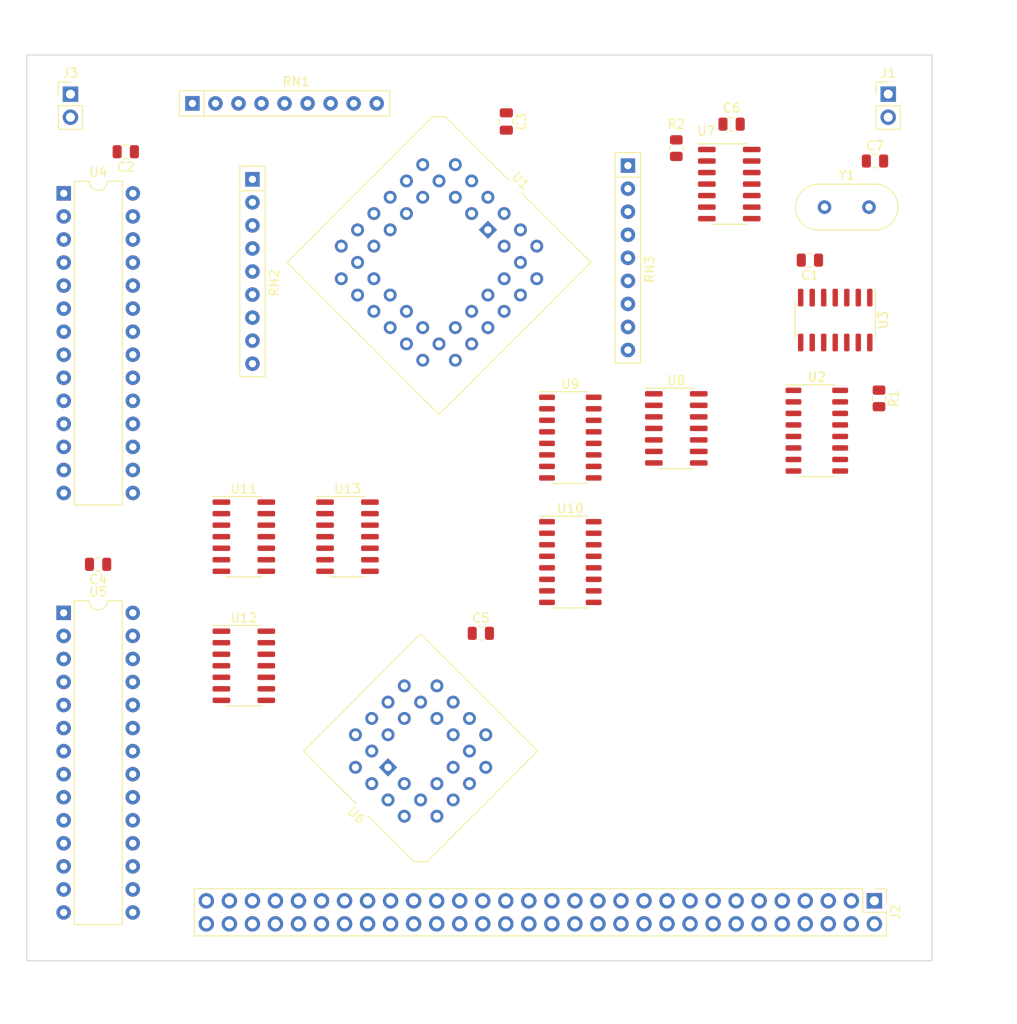
<source format=kicad_pcb>
(kicad_pcb (version 20211014) (generator pcbnew)
  (layers (0 "F.Cu" signal) (31 "B.Cu" signal) (34 "B.Paste" user) (35 "F.Paste" user) (36 "B.SilkS" user "B.Silkscreen") (37 "F.SilkS" user "F.Silkscreen") (38 "B.Mask" user) (39 "F.Mask" user) (44 "Edge.Cuts" user))
  (net 0 "")
  (net 1 "Net-(C1-Pad1)")
  (net 2 "GND")
  (net 3 "+5V")
  (net 4 "Net-(R1-Pad2)")
  (net 5 "Net-(C7-Pad1)")
  (net 8 "BA")
  (net 9 "MRDY")
  (net 16 "BS")
  (net 18 "Clock3")
  (net 20 "Clock12")
  (net 25 "Clock24")
  (net 26 "Clock6")
  (net 27 "~{Clock12}")
  (net 29 "Net-(U3-Pad2)")
  (net 31 "A0")
  (net 36 "A1")
  (net 37 "A2")
  (net 38 "A3")
  (net 39 "A4")
  (net 40 "A5")
  (net 41 "A6")
  (net 42 "A7")
  (net 43 "A8")
  (net 44 "A9")
  (net 45 "A10")
  (net 46 "A11")
  (net 47 "A12")
  (net 48 "A13")
  (net 49 "A14")
  (net 50 "A15")
  (net 51 "D7")
  (net 52 "D6")
  (net 53 "D5")
  (net 54 "D4")
  (net 55 "D3")
  (net 56 "D2")
  (net 57 "D1")
  (net 58 "D0")
  (net 61 "Net-(U13-Pad9)")
  (net 62 "~{ROM}{slash}RAM")
  (net 67 "Net-(C6-Pad2)")
  (net 68 "R{slash}~{W}")
  (net 69 "~{RESET}")
  (net 70 "~{OE}")
  (net 71 "Net-(U5-Pad20)")
  (net 72 "Net-(U6-Pad20)")
  (net 73 "ROM{slash}~{RAM}")
  (net 78 "Q1")
  (net 80 "Q2")
  (net 85 "REGISTER")
  (net 86 "Q3")
  (net 88 "Q4")
  (net 89 "Q5")
  (net 92 "Q6")
  (net 93 "Q7")
  (net 95 "Net-(U11-Pad1)")
  (net 96 "Net-(U11-Pad4)")
  (net 97 "Net-(U11-Pad10)")
  (net 98 "Net-(U11-Pad13)")
  (net 99 "Net-(U12-Pad6)")
  (net 100 "Net-(U12-Pad8)")
  (net 101 "Net-(U13-Pad13)")
  (net 104 "~{DMA}")
  (net 105 "~{NMI}")
  (net 106 "~{FIRQ}")
  (net 107 "~{HALT}")
  (net 108 "~{IRQ}")
  (net 113 "Clock1.5")
  (footprint "Package_SO:SO-16_3.9x9.9mm_P1.27mm" (layer "F.Cu") (at 112.522 66.802)
    (fp_text reference "U2" (at 0 -5.9) (layer "F.SilkS"))
    (fp_text value "74LS163")
    (pad "1" smd roundrect (at -2.575 -4.445) (size 1.75 0.6) (layers "F.Cu" "F.Paste" "F.Mask") (net 4 "Net-(R1-Pad2)"))
    (pad "2" smd roundrect (at -2.575 -3.175) (size 1.75 0.6) (layers "F.Cu" "F.Paste" "F.Mask") (net 25 "Clock24"))
    (pad "3" smd roundrect (at -2.575 -1.905) (size 1.75 0.6) (layers "F.Cu" "F.Paste" "F.Mask"))
    (pad "4" smd roundrect (at -2.575 -0.635) (size 1.75 0.6) (layers "F.Cu" "F.Paste" "F.Mask"))
    (pad "5" smd roundrect (at -2.575 0.635) (size 1.75 0.6) (layers "F.Cu" "F.Paste" "F.Mask"))
    (pad "6" smd roundrect (at -2.575 1.905) (size 1.75 0.6) (layers "F.Cu" "F.Paste" "F.Mask"))
    (pad "7" smd roundrect (at -2.575 3.175) (size 1.75 0.6) (layers "F.Cu" "F.Paste" "F.Mask") (net 4 "Net-(R1-Pad2)"))
    (pad "8" smd roundrect (at -2.575 4.445) (size 1.75 0.6) (layers "F.Cu" "F.Paste" "F.Mask") (net 2 "GND"))
    (pad "9" smd roundrect (at 2.575 4.445) (size 1.75 0.6) (layers "F.Cu" "F.Paste" "F.Mask") (net 4 "Net-(R1-Pad2)"))
    (pad "10" smd roundrect (at 2.575 3.175) (size 1.75 0.6) (layers "F.Cu" "F.Paste" "F.Mask") (net 4 "Net-(R1-Pad2)"))
    (pad "11" smd roundrect (at 2.575 1.905) (size 1.75 0.6) (layers "F.Cu" "F.Paste" "F.Mask") (net 113 "Clock1.5"))
    (pad "12" smd roundrect (at 2.575 0.635) (size 1.75 0.6) (layers "F.Cu" "F.Paste" "F.Mask") (net 18 "Clock3"))
    (pad "13" smd roundrect (at 2.575 -0.635) (size 1.75 0.6) (layers "F.Cu" "F.Paste" "F.Mask") (net 26 "Clock6"))
    (pad "14" smd roundrect (at 2.575 -1.905) (size 1.75 0.6) (layers "F.Cu" "F.Paste" "F.Mask") (net 20 "Clock12"))
    (pad "15" smd roundrect (at 2.575 -3.175) (size 1.75 0.6) (layers "F.Cu" "F.Paste" "F.Mask"))
    (pad "16" smd roundrect (at 2.575 -4.445) (size 1.75 0.6) (layers "F.Cu" "F.Paste" "F.Mask") (net 3 "+5V"))
  )
  (footprint "Resistor_SMD:R_0805_2012Metric" (layer "F.Cu") (at 119.38 63.246 -90)
    (fp_text reference "R1" (at 0 -1.65 90) (layer "F.SilkS"))
    (fp_text value "R")
    (pad "1" smd roundrect (at -0.9125 0 270) (size 1.025 1.4) (layers "F.Cu" "F.Paste" "F.Mask") (roundrect_rratio 0.243902) (net 3 "+5V"))
    (pad "2" smd roundrect (at 0.9125 0 270) (size 1.025 1.4) (layers "F.Cu" "F.Paste" "F.Mask") (roundrect_rratio 0.243902) (net 4 "Net-(R1-Pad2)"))
  )
  (footprint "Capacitor_SMD:C_0805_2012Metric" (layer "F.Cu") (at 118.938 37.084)
    (fp_text reference "C7" (at 0 -1.68) (layer "F.SilkS"))
    (fp_text value "17pF")
    (pad "1" smd roundrect (at -0.95 0) (size 1 1.45) (layers "F.Cu" "F.Paste" "F.Mask") (net 5 "Net-(C7-Pad1)"))
    (pad "2" smd roundrect (at 0.95 0) (size 1 1.45) (layers "F.Cu" "F.Paste" "F.Mask") (net 2 "GND"))
  )
  (footprint "Capacitor_SMD:C_0805_2012Metric" (layer "F.Cu") (at 33.274 81.534 180)
    (fp_text reference "C4" (at 0 -1.68) (layer "F.SilkS"))
    (fp_text value "C")
    (pad "1" smd roundrect (at -0.95 0 180) (size 1 1.45) (layers "F.Cu" "F.Paste" "F.Mask") (net 3 "+5V"))
    (pad "2" smd roundrect (at 0.95 0 180) (size 1 1.45) (layers "F.Cu" "F.Paste" "F.Mask") (net 2 "GND"))
  )
  (footprint "Package_DIP:DIP-28_W7.62mm" (layer "F.Cu") (at 29.484 40.65)
    (fp_text reference "U4" (at 3.81 -2.33) (layer "F.SilkS"))
    (fp_text value "UM61256FK")
    (pad "1" thru_hole rect (at 0 0) (size 1.6 1.6) (drill 0.8) (layers *.Cu *.Mask) (net 49 "A14"))
    (pad "2" thru_hole oval (at 0 2.54) (size 1.6 1.6) (drill 0.8) (layers *.Cu *.Mask) (net 47 "A12"))
    (pad "3" thru_hole oval (at 0 5.08) (size 1.6 1.6) (drill 0.8) (layers *.Cu *.Mask) (net 42 "A7"))
    (pad "4" thru_hole oval (at 0 7.62) (size 1.6 1.6) (drill 0.8) (layers *.Cu *.Mask) (net 41 "A6"))
    (pad "5" thru_hole oval (at 0 10.16) (size 1.6 1.6) (drill 0.8) (layers *.Cu *.Mask) (net 40 "A5"))
    (pad "6" thru_hole oval (at 0 12.7) (size 1.6 1.6) (drill 0.8) (layers *.Cu *.Mask) (net 39 "A4"))
    (pad "7" thru_hole oval (at 0 15.24) (size 1.6 1.6) (drill 0.8) (layers *.Cu *.Mask) (net 38 "A3"))
    (pad "8" thru_hole oval (at 0 17.78) (size 1.6 1.6) (drill 0.8) (layers *.Cu *.Mask) (net 37 "A2"))
    (pad "9" thru_hole oval (at 0 20.32) (size 1.6 1.6) (drill 0.8) (layers *.Cu *.Mask) (net 36 "A1"))
    (pad "10" thru_hole oval (at 0 22.86) (size 1.6 1.6) (drill 0.8) (layers *.Cu *.Mask) (net 31 "A0"))
    (pad "11" thru_hole oval (at 0 25.4) (size 1.6 1.6) (drill 0.8) (layers *.Cu *.Mask) (net 58 "D0"))
    (pad "12" thru_hole oval (at 0 27.94) (size 1.6 1.6) (drill 0.8) (layers *.Cu *.Mask) (net 57 "D1"))
    (pad "13" thru_hole oval (at 0 30.48) (size 1.6 1.6) (drill 0.8) (layers *.Cu *.Mask) (net 56 "D2"))
    (pad "14" thru_hole oval (at 0 33.02) (size 1.6 1.6) (drill 0.8) (layers *.Cu *.Mask) (net 2 "GND"))
    (pad "15" thru_hole oval (at 7.62 33.02) (size 1.6 1.6) (drill 0.8) (layers *.Cu *.Mask) (net 55 "D3"))
    (pad "16" thru_hole oval (at 7.62 30.48) (size 1.6 1.6) (drill 0.8) (layers *.Cu *.Mask) (net 54 "D4"))
    (pad "17" thru_hole oval (at 7.62 27.94) (size 1.6 1.6) (drill 0.8) (layers *.Cu *.Mask) (net 53 "D5"))
    (pad "18" thru_hole oval (at 7.62 25.4) (size 1.6 1.6) (drill 0.8) (layers *.Cu *.Mask) (net 52 "D6"))
    (pad "19" thru_hole oval (at 7.62 22.86) (size 1.6 1.6) (drill 0.8) (layers *.Cu *.Mask) (net 51 "D7"))
    (pad "20" thru_hole oval (at 7.62 20.32) (size 1.6 1.6) (drill 0.8) (layers *.Cu *.Mask) (net 50 "A15"))
    (pad "21" thru_hole oval (at 7.62 17.78) (size 1.6 1.6) (drill 0.8) (layers *.Cu *.Mask) (net 45 "A10"))
    (pad "22" thru_hole oval (at 7.62 15.24) (size 1.6 1.6) (drill 0.8) (layers *.Cu *.Mask) (net 70 "~{OE}"))
    (pad "23" thru_hole oval (at 7.62 12.7) (size 1.6 1.6) (drill 0.8) (layers *.Cu *.Mask) (net 46 "A11"))
    (pad "24" thru_hole oval (at 7.62 10.16) (size 1.6 1.6) (drill 0.8) (layers *.Cu *.Mask) (net 44 "A9"))
    (pad "25" thru_hole oval (at 7.62 7.62) (size 1.6 1.6) (drill 0.8) (layers *.Cu *.Mask) (net 43 "A8"))
    (pad "26" thru_hole oval (at 7.62 5.08) (size 1.6 1.6) (drill 0.8) (layers *.Cu *.Mask) (net 48 "A13"))
    (pad "27" thru_hole oval (at 7.62 2.54) (size 1.6 1.6) (drill 0.8) (layers *.Cu *.Mask) (net 68 "R{slash}~{W}"))
    (pad "28" thru_hole oval (at 7.62 0) (size 1.6 1.6) (drill 0.8) (layers *.Cu *.Mask) (net 3 "+5V"))
  )
  (footprint "Crystal:Crystal_HC18-U_Vertical" (layer "F.Cu") (at 113.374 42.164)
    (fp_text reference "Y1" (at 2.45 -3.525) (layer "F.SilkS"))
    (fp_text value "25.175MHz")
    (pad "1" thru_hole circle (at 0 0) (size 1.5 1.5) (drill 0.8) (layers *.Cu *.Mask) (net 1 "Net-(C1-Pad1)"))
    (pad "2" thru_hole circle (at 4.9 0) (size 1.5 1.5) (drill 0.8) (layers *.Cu *.Mask) (net 5 "Net-(C7-Pad1)"))
  )
  (footprint "Package_SO:SO-14_3.9x8.65mm_P1.27mm" (layer "F.Cu") (at 49.341 78.486)
    (fp_text reference "U11" (at 0 -5.28) (layer "F.SilkS"))
    (fp_text value "74LS02")
    (pad "1" smd roundrect (at -2.475 -3.81) (size 1.95 0.6) (layers "F.Cu" "F.Paste" "F.Mask") (net 95 "Net-(U11-Pad1)"))
    (pad "2" smd roundrect (at -2.475 -2.54) (size 1.95 0.6) (layers "F.Cu" "F.Paste" "F.Mask") (net 31 "A0"))
    (pad "3" smd roundrect (at -2.475 -1.27) (size 1.95 0.6) (layers "F.Cu" "F.Paste" "F.Mask") (net 36 "A1"))
    (pad "4" smd roundrect (at -2.475 0) (size 1.95 0.6) (layers "F.Cu" "F.Paste" "F.Mask") (net 96 "Net-(U11-Pad4)"))
    (pad "5" smd roundrect (at -2.475 1.27) (size 1.95 0.6) (layers "F.Cu" "F.Paste" "F.Mask") (net 37 "A2"))
    (pad "6" smd roundrect (at -2.475 2.54) (size 1.95 0.6) (layers "F.Cu" "F.Paste" "F.Mask") (net 38 "A3"))
    (pad "7" smd roundrect (at -2.475 3.81) (size 1.95 0.6) (layers "F.Cu" "F.Paste" "F.Mask") (net 2 "GND"))
    (pad "8" smd roundrect (at 2.475 3.81) (size 1.95 0.6) (layers "F.Cu" "F.Paste" "F.Mask") (net 39 "A4"))
    (pad "9" smd roundrect (at 2.475 2.54) (size 1.95 0.6) (layers "F.Cu" "F.Paste" "F.Mask") (net 40 "A5"))
    (pad "10" smd roundrect (at 2.475 1.27) (size 1.95 0.6) (layers "F.Cu" "F.Paste" "F.Mask") (net 97 "Net-(U11-Pad10)"))
    (pad "11" smd roundrect (at 2.475 0) (size 1.95 0.6) (layers "F.Cu" "F.Paste" "F.Mask") (net 41 "A6"))
    (pad "12" smd roundrect (at 2.475 -1.27) (size 1.95 0.6) (layers "F.Cu" "F.Paste" "F.Mask") (net 42 "A7"))
    (pad "13" smd roundrect (at 2.475 -2.54) (size 1.95 0.6) (layers "F.Cu" "F.Paste" "F.Mask") (net 98 "Net-(U11-Pad13)"))
    (pad "14" smd roundrect (at 2.475 -3.81) (size 1.95 0.6) (layers "F.Cu" "F.Paste" "F.Mask") (net 3 "+5V"))
  )
  (footprint "Package_SO:SO-16_3.9x9.9mm_P1.27mm" (layer "F.Cu") (at 85.344 81.28)
    (fp_text reference "U10" (at 0 -5.9) (layer "F.SilkS"))
    (fp_text value "74LS375")
    (pad "1" smd roundrect (at -2.575 -4.445) (size 1.75 0.6) (layers "F.Cu" "F.Paste" "F.Mask") (net 54 "D4"))
    (pad "2" smd roundrect (at -2.575 -3.175) (size 1.75 0.6) (layers "F.Cu" "F.Paste" "F.Mask"))
    (pad "3" smd roundrect (at -2.575 -1.905) (size 1.75 0.6) (layers "F.Cu" "F.Paste" "F.Mask") (net 88 "Q4"))
    (pad "4" smd roundrect (at -2.575 -0.635) (size 1.75 0.6) (layers "F.Cu" "F.Paste" "F.Mask") (net 85 "REGISTER"))
    (pad "5" smd roundrect (at -2.575 0.635) (size 1.75 0.6) (layers "F.Cu" "F.Paste" "F.Mask") (net 89 "Q5"))
    (pad "6" smd roundrect (at -2.575 1.905) (size 1.75 0.6) (layers "F.Cu" "F.Paste" "F.Mask"))
    (pad "7" smd roundrect (at -2.575 3.175) (size 1.75 0.6) (layers "F.Cu" "F.Paste" "F.Mask") (net 53 "D5"))
    (pad "8" smd roundrect (at -2.575 4.445) (size 1.75 0.6) (layers "F.Cu" "F.Paste" "F.Mask") (net 2 "GND"))
    (pad "9" smd roundrect (at 2.575 4.445) (size 1.75 0.6) (layers "F.Cu" "F.Paste" "F.Mask") (net 52 "D6"))
    (pad "10" smd roundrect (at 2.575 3.175) (size 1.75 0.6) (layers "F.Cu" "F.Paste" "F.Mask"))
    (pad "11" smd roundrect (at 2.575 1.905) (size 1.75 0.6) (layers "F.Cu" "F.Paste" "F.Mask") (net 92 "Q6"))
    (pad "12" smd roundrect (at 2.575 0.635) (size 1.75 0.6) (layers "F.Cu" "F.Paste" "F.Mask") (net 85 "REGISTER"))
    (pad "13" smd roundrect (at 2.575 -0.635) (size 1.75 0.6) (layers "F.Cu" "F.Paste" "F.Mask") (net 93 "Q7"))
    (pad "14" smd roundrect (at 2.575 -1.905) (size 1.75 0.6) (layers "F.Cu" "F.Paste" "F.Mask"))
    (pad "15" smd roundrect (at 2.575 -3.175) (size 1.75 0.6) (layers "F.Cu" "F.Paste" "F.Mask") (net 51 "D7"))
    (pad "16" smd roundrect (at 2.575 -4.445) (size 1.75 0.6) (layers "F.Cu" "F.Paste" "F.Mask") (net 3 "+5V"))
  )
  (footprint "Resistor_SMD:R_0805_2012Metric" (layer "F.Cu") (at 97.028 35.6635 -90)
    (fp_text reference "R2" (at -2.6435 0) (layer "F.SilkS"))
    (fp_text value "R")
    (pad "1" smd roundrect (at -0.9125 0 270) (size 1.025 1.4) (layers "F.Cu" "F.Paste" "F.Mask") (roundrect_rratio 0.243902) (net 67 "Net-(C6-Pad2)"))
    (pad "2" smd roundrect (at 0.9125 0 270) (size 1.025 1.4) (layers "F.Cu" "F.Paste" "F.Mask") (roundrect_rratio 0.243902) (net 2 "GND"))
  )
  (footprint "Connector_PinHeader_2.54mm:PinHeader_2x30_P2.54mm_Vertical" (layer "F.Cu") (at 118.867 118.613 -90)
    (fp_text reference "J2" (at 1.27 -2.33 90) (layer "F.SilkS"))
    (fp_text value "Conn_02x30_Odd_Even")
    (pad "1" thru_hole rect (at 0 0 270) (size 1.7 1.7) (drill 1) (layers *.Cu *.Mask))
    (pad "2" thru_hole oval (at 2.54 0 270) (size 1.7 1.7) (drill 1) (layers *.Cu *.Mask) (net 3 "+5V"))
    (pad "3" thru_hole oval (at 0 2.54 270) (size 1.7 1.7) (drill 1) (layers *.Cu *.Mask) (net 25 "Clock24"))
    (pad "4" thru_hole oval (at 2.54 2.54 270) (size 1.7 1.7) (drill 1) (layers *.Cu *.Mask) (net 18 "Clock3"))
    (pad "5" thru_hole oval (at 0 5.08 270) (size 1.7 1.7) (drill 1) (layers *.Cu *.Mask))
    (pad "6" thru_hole oval (at 2.54 5.08 270) (size 1.7 1.7) (drill 1) (layers *.Cu *.Mask) (net 26 "Clock6"))
    (pad "7" thru_hole oval (at 0 7.62 270) (size 1.7 1.7) (drill 1) (layers *.Cu *.Mask) (net 27 "~{Clock12}"))
    (pad "8" thru_hole oval (at 2.54 7.62 270) (size 1.7 1.7) (drill 1) (layers *.Cu *.Mask) (net 20 "Clock12"))
    (pad "9" thru_hole oval (at 0 10.16 270) (size 1.7 1.7) (drill 1) (layers *.Cu *.Mask))
    (pad "10" thru_hole oval (at 2.54 10.16 270) (size 1.7 1.7) (drill 1) (layers *.Cu *.Mask))
    (pad "11" thru_hole oval (at 0 12.7 270) (size 1.7 1.7) (drill 1) (layers *.Cu *.Mask) (net 58 "D0"))
    (pad "12" thru_hole oval (at 2.54 12.7 270) (size 1.7 1.7) (drill 1) (layers *.Cu *.Mask) (net 31 "A0"))
    (pad "13" thru_hole oval (at 0 15.24 270) (size 1.7 1.7) (drill 1) (layers *.Cu *.Mask) (net 57 "D1"))
    (pad "14" thru_hole oval (at 2.54 15.24 270) (size 1.7 1.7) (drill 1) (layers *.Cu *.Mask) (net 36 "A1"))
    (pad "15" thru_hole oval (at 0 17.78 270) (size 1.7 1.7) (drill 1) (layers *.Cu *.Mask) (net 56 "D2"))
    (pad "16" thru_hole oval (at 2.54 17.78 270) (size 1.7 1.7) (drill 1) (layers *.Cu *.Mask) (net 37 "A2"))
    (pad "17" thru_hole oval (at 0 20.32 270) (size 1.7 1.7) (drill 1) (layers *.Cu *.Mask) (net 55 "D3"))
    (pad "18" thru_hole oval (at 2.54 20.32 270) (size 1.7 1.7) (drill 1) (layers *.Cu *.Mask) (net 38 "A3"))
    (pad "19" thru_hole oval (at 0 22.86 270) (size 1.7 1.7) (drill 1) (layers *.Cu *.Mask) (net 54 "D4"))
    (pad "20" thru_hole oval (at 2.54 22.86 270) (size 1.7 1.7) (drill 1) (layers *.Cu *.Mask) (net 39 "A4"))
    (pad "21" thru_hole oval (at 0 25.4 270) (size 1.7 1.7) (drill 1) (layers *.Cu *.Mask) (net 53 "D5"))
    (pad "22" thru_hole oval (at 2.54 25.4 270) (size 1.7 1.7) (drill 1) (layers *.Cu *.Mask) (net 40 "A5"))
    (pad "23" thru_hole oval (at 0 27.94 270) (size 1.7 1.7) (drill 1) (layers *.Cu *.Mask) (net 52 "D6"))
    (pad "24" thru_hole oval (at 2.54 27.94 270) (size 1.7 1.7) (drill 1) (layers *.Cu *.Mask) (net 41 "A6"))
    (pad "25" thru_hole oval (at 0 30.48 270) (size 1.7 1.7) (drill 1) (layers *.Cu *.Mask) (net 51 "D7"))
    (pad "26" thru_hole oval (at 2.54 30.48 270) (size 1.7 1.7) (drill 1) (layers *.Cu *.Mask) (net 42 "A7"))
    (pad "27" thru_hole oval (at 0 33.02 270) (size 1.7 1.7) (drill 1) (layers *.Cu *.Mask))
    (pad "28" thru_hole oval (at 2.54 33.02 270) (size 1.7 1.7) (drill 1) (layers *.Cu *.Mask) (net 43 "A8"))
    (pad "29" thru_hole oval (at 0 35.56 270) (size 1.7 1.7) (drill 1) (layers *.Cu *.Mask) (net 73 "ROM{slash}~{RAM}"))
    (pad "30" thru_hole oval (at 2.54 35.56 270) (size 1.7 1.7) (drill 1) (layers *.Cu *.Mask) (net 44 "A9"))
    (pad "31" thru_hole oval (at 0 38.1 270) (size 1.7 1.7) (drill 1) (layers *.Cu *.Mask) (net 78 "Q1"))
    (pad "32" thru_hole oval (at 2.54 38.1 270) (size 1.7 1.7) (drill 1) (layers *.Cu *.Mask) (net 45 "A10"))
    (pad "33" thru_hole oval (at 0 40.64 270) (size 1.7 1.7) (drill 1) (layers *.Cu *.Mask) (net 80 "Q2"))
    (pad "34" thru_hole oval (at 2.54 40.64 270) (size 1.7 1.7) (drill 1) (layers *.Cu *.Mask) (net 46 "A11"))
    (pad "35" thru_hole oval (at 0 43.18 270) (size 1.7 1.7) (drill 1) (layers *.Cu *.Mask) (net 86 "Q3"))
    (pad "36" thru_hole oval (at 2.54 43.18 270) (size 1.7 1.7) (drill 1) (layers *.Cu *.Mask) (net 47 "A12"))
    (pad "37" thru_hole oval (at 0 45.72 270) (size 1.7 1.7) (drill 1) (layers *.Cu *.Mask) (net 88 "Q4"))
    (pad "38" thru_hole oval (at 2.54 45.72 270) (size 1.7 1.7) (drill 1) (layers *.Cu *.Mask) (net 48 "A13"))
    (pad "39" thru_hole oval (at 0 48.26 270) (size 1.7 1.7) (drill 1) (layers *.Cu *.Mask) (net 89 "Q5"))
    (pad "40" thru_hole oval (at 2.54 48.26 270) (size 1.7 1.7) (drill 1) (layers *.Cu *.Mask) (net 49 "A14"))
    (pad "41" thru_hole oval (at 0 50.8 270) (size 1.7 1.7) (drill 1) (layers *.Cu *.Mask) (net 92 "Q6"))
    (pad "42" thru_hole oval (at 2.54 50.8 270) (size 1.7 1.7) (drill 1) (layers *.Cu *.Mask) (net 50 "A15"))
    (pad "43" thru_hole oval (at 0 53.34 270) (size 1.7 1.7) (drill 1) (layers *.Cu *.Mask) (net 93 "Q7"))
    (pad "44" thru_hole oval (at 2.54 53.34 270) (size 1.7 1.7) (drill 1) (layers *.Cu *.Mask))
    (pad "45" thru_hole oval (at 0 55.88 270) (size 1.7 1.7) (drill 1) (layers *.Cu *.Mask))
    (pad "46" thru_hole oval (at 2.54 55.88 270) (size 1.7 1.7) (drill 1) (layers *.Cu *.Mask) (net 69 "~{RESET}"))
    (pad "47" thru_hole oval (at 0 58.42 270) (size 1.7 1.7) (drill 1) (layers *.Cu *.Mask) (net 104 "~{DMA}"))
    (pad "48" thru_hole oval (at 2.54 58.42 270) (size 1.7 1.7) (drill 1) (layers *.Cu *.Mask) (net 105 "~{NMI}"))
    (pad "49" thru_hole oval (at 0 60.96 270) (size 1.7 1.7) (drill 1) (layers *.Cu *.Mask) (net 68 "R{slash}~{W}"))
    (pad "50" thru_hole oval (at 2.54 60.96 270) (size 1.7 1.7) (drill 1) (layers *.Cu *.Mask) (net 106 "~{FIRQ}"))
    (pad "51" thru_hole oval (at 0 63.5 270) (size 1.7 1.7) (drill 1) (layers *.Cu *.Mask) (net 107 "~{HALT}"))
    (pad "52" thru_hole oval (at 2.54 63.5 270) (size 1.7 1.7) (drill 1) (layers *.Cu *.Mask) (net 108 "~{IRQ}"))
    (pad "53" thru_hole oval (at 0 66.04 270) (size 1.7 1.7) (drill 1) (layers *.Cu *.Mask))
    (pad "54" thru_hole oval (at 2.54 66.04 270) (size 1.7 1.7) (drill 1) (layers *.Cu *.Mask) (net 8 "BA"))
    (pad "55" thru_hole oval (at 0 68.58 270) (size 1.7 1.7) (drill 1) (layers *.Cu *.Mask) (net 9 "MRDY"))
    (pad "56" thru_hole oval (at 2.54 68.58 270) (size 1.7 1.7) (drill 1) (layers *.Cu *.Mask) (net 16 "BS"))
    (pad "57" thru_hole oval (at 0 71.12 270) (size 1.7 1.7) (drill 1) (layers *.Cu *.Mask))
    (pad "58" thru_hole oval (at 2.54 71.12 270) (size 1.7 1.7) (drill 1) (layers *.Cu *.Mask))
    (pad "59" thru_hole oval (at 0 73.66 270) (size 1.7 1.7) (drill 1) (layers *.Cu *.Mask))
    (pad "60" thru_hole oval (at 2.54 73.66 270) (size 1.7 1.7) (drill 1) (layers *.Cu *.Mask) (net 2 "GND"))
  )
  (footprint "Capacitor_SMD:C_0805_2012Metric" (layer "F.Cu") (at 111.76 48.006 180)
    (fp_text reference "C1" (at 0 -1.68) (layer "F.SilkS"))
    (fp_text value "17pF")
    (pad "1" smd roundrect (at -0.95 0 180) (size 1 1.45) (layers "F.Cu" "F.Paste" "F.Mask") (net 1 "Net-(C1-Pad1)"))
    (pad "2" smd roundrect (at 0.95 0 180) (size 1 1.45) (layers "F.Cu" "F.Paste" "F.Mask") (net 2 "GND"))
  )
  (footprint "Package_SO:SO-14_3.9x8.65mm_P1.27mm" (layer "F.Cu") (at 97.028 66.548)
    (fp_text reference "U8" (at 0 -5.28) (layer "F.SilkS"))
    (fp_text value "74HC00")
    (pad "1" smd roundrect (at -2.475 -3.81) (size 1.95 0.6) (layers "F.Cu" "F.Paste" "F.Mask") (net 50 "A15"))
    (pad "2" smd roundrect (at -2.475 -2.54) (size 1.95 0.6) (layers "F.Cu" "F.Paste" "F.Mask") (net 62 "~{ROM}{slash}RAM"))
    (pad "3" smd roundrect (at -2.475 -1.27) (size 1.95 0.6) (layers "F.Cu" "F.Paste" "F.Mask") (net 71 "Net-(U5-Pad20)"))
    (pad "4" smd roundrect (at -2.475 0) (size 1.95 0.6) (layers "F.Cu" "F.Paste" "F.Mask") (net 50 "A15"))
    (pad "5" smd roundrect (at -2.475 1.27) (size 1.95 0.6) (layers "F.Cu" "F.Paste" "F.Mask") (net 73 "ROM{slash}~{RAM}"))
    (pad "6" smd roundrect (at -2.475 2.54) (size 1.95 0.6) (layers "F.Cu" "F.Paste" "F.Mask") (net 72 "Net-(U6-Pad20)"))
    (pad "7" smd roundrect (at -2.475 3.81) (size 1.95 0.6) (layers "F.Cu" "F.Paste" "F.Mask") (net 2 "GND"))
    (pad "8" smd roundrect (at 2.475 3.81) (size 1.95 0.6) (layers "F.Cu" "F.Paste" "F.Mask"))
    (pad "9" smd roundrect (at 2.475 2.54) (size 1.95 0.6) (layers "F.Cu" "F.Paste" "F.Mask"))
    (pad "10" smd roundrect (at 2.475 1.27) (size 1.95 0.6) (layers "F.Cu" "F.Paste" "F.Mask"))
    (pad "11" smd roundrect (at 2.475 0) (size 1.95 0.6) (layers "F.Cu" "F.Paste" "F.Mask"))
    (pad "12" smd roundrect (at 2.475 -1.27) (size 1.95 0.6) (layers "F.Cu" "F.Paste" "F.Mask"))
    (pad "13" smd roundrect (at 2.475 -2.54) (size 1.95 0.6) (layers "F.Cu" "F.Paste" "F.Mask"))
    (pad "14" smd roundrect (at 2.475 -3.81) (size 1.95 0.6) (layers "F.Cu" "F.Paste" "F.Mask") (net 3 "+5V"))
  )
  (footprint "Capacitor_SMD:C_0805_2012Metric" (layer "F.Cu") (at 75.4741 89.1359)
    (fp_text reference "C5" (at 0 -1.68) (layer "F.SilkS"))
    (fp_text value "C")
    (pad "1" smd roundrect (at -0.95 0) (size 1 1.45) (layers "F.Cu" "F.Paste" "F.Mask") (net 3 "+5V"))
    (pad "2" smd roundrect (at 0.95 0) (size 1 1.45) (layers "F.Cu" "F.Paste" "F.Mask") (net 2 "GND"))
  )
  (footprint "Connector_PinHeader_2.54mm:PinHeader_1x02_P2.54mm_Vertical" (layer "F.Cu") (at 30.226 29.718)
    (fp_text reference "J3" (at 0 -2.33) (layer "F.SilkS"))
    (fp_text value "Conn_01x02_Male")
    (pad "1" thru_hole rect (at 0 0) (size 1.7 1.7) (drill 1) (layers *.Cu *.Mask) (net 3 "+5V"))
    (pad "2" thru_hole oval (at 0 2.54) (size 1.7 1.7) (drill 1) (layers *.Cu *.Mask) (net 2 "GND"))
  )
  (footprint "Package_SO:SO-14_3.9x8.65mm_P1.27mm" (layer "F.Cu") (at 114.554 54.61 -90)
    (fp_text reference "U3" (at 0 -5.28 90) (layer "F.SilkS"))
    (fp_text value "74HC04")
    (pad "1" smd roundrect (at -2.475 -3.81 270) (size 1.95 0.6) (layers "F.Cu" "F.Paste" "F.Mask") (net 1 "Net-(C1-Pad1)"))
    (pad "2" smd roundrect (at -2.475 -2.54 270) (size 1.95 0.6) (layers "F.Cu" "F.Paste" "F.Mask") (net 29 "Net-(U3-Pad2)"))
    (pad "3" smd roundrect (at -2.475 -1.27 270) (size 1.95 0.6) (layers "F.Cu" "F.Paste" "F.Mask") (net 29 "Net-(U3-Pad2)"))
    (pad "4" smd roundrect (at -2.475 0 270) (size 1.95 0.6) (layers "F.Cu" "F.Paste" "F.Mask") (net 25 "Clock24"))
    (pad "5" smd roundrect (at -2.475 1.27 270) (size 1.95 0.6) (layers "F.Cu" "F.Paste" "F.Mask") (net 20 "Clock12"))
    (pad "6" smd roundrect (at -2.475 2.54 270) (size 1.95 0.6) (layers "F.Cu" "F.Paste" "F.Mask") (net 27 "~{Clock12}"))
    (pad "7" smd roundrect (at -2.475 3.81 270) (size 1.95 0.6) (layers "F.Cu" "F.Paste" "F.Mask") (net 2 "GND"))
    (pad "8" smd roundrect (at 2.475 3.81 270) (size 1.95 0.6) (layers "F.Cu" "F.Paste" "F.Mask"))
    (pad "9" smd roundrect (at 2.475 2.54 270) (size 1.95 0.6) (layers "F.Cu" "F.Paste" "F.Mask"))
    (pad "10" smd roundrect (at 2.475 1.27 270) (size 1.95 0.6) (layers "F.Cu" "F.Paste" "F.Mask"))
    (pad "11" smd roundrect (at 2.475 0 270) (size 1.95 0.6) (layers "F.Cu" "F.Paste" "F.Mask"))
    (pad "12" smd roundrect (at 2.475 -1.27 270) (size 1.95 0.6) (layers "F.Cu" "F.Paste" "F.Mask"))
    (pad "13" smd roundrect (at 2.475 -2.54 270) (size 1.95 0.6) (layers "F.Cu" "F.Paste" "F.Mask"))
    (pad "14" smd roundrect (at 2.475 -3.81 270) (size 1.95 0.6) (layers "F.Cu" "F.Paste" "F.Mask") (net 3 "+5V"))
  )
  (footprint "Package_SO:SO-14_3.9x8.65mm_P1.27mm" (layer "F.Cu") (at 102.87 39.624)
    (fp_text reference "U7" (at -2.54 -5.842) (layer "F.SilkS"))
    (fp_text value "74HC04")
    (pad "1" smd roundrect (at -2.475 -3.81) (size 1.95 0.6) (layers "F.Cu" "F.Paste" "F.Mask") (net 68 "R{slash}~{W}"))
    (pad "2" smd roundrect (at -2.475 -2.54) (size 1.95 0.6) (layers "F.Cu" "F.Paste" "F.Mask") (net 70 "~{OE}"))
    (pad "3" smd roundrect (at -2.475 -1.27) (size 1.95 0.6) (layers "F.Cu" "F.Paste" "F.Mask"))
    (pad "4" smd roundrect (at -2.475 0) (size 1.95 0.6) (layers "F.Cu" "F.Paste" "F.Mask"))
    (pad "5" smd roundrect (at -2.475 1.27) (size 1.95 0.6) (layers "F.Cu" "F.Paste" "F.Mask") (net 67 "Net-(C6-Pad2)"))
    (pad "6" smd roundrect (at -2.475 2.54) (size 1.95 0.6) (layers "F.Cu" "F.Paste" "F.Mask") (net 69 "~{RESET}"))
    (pad "7" smd roundrect (at -2.475 3.81) (size 1.95 0.6) (layers "F.Cu" "F.Paste" "F.Mask") (net 2 "GND"))
    (pad "8" smd roundrect (at 2.475 3.81) (size 1.95 0.6) (layers "F.Cu" "F.Paste" "F.Mask") (net 61 "Net-(U13-Pad9)"))
    (pad "9" smd roundrect (at 2.475 2.54) (size 1.95 0.6) (layers "F.Cu" "F.Paste" "F.Mask") (net 68 "R{slash}~{W}"))
    (pad "10" smd roundrect (at 2.475 1.27) (size 1.95 0.6) (layers "F.Cu" "F.Paste" "F.Mask"))
    (pad "11" smd roundrect (at 2.475 0) (size 1.95 0.6) (layers "F.Cu" "F.Paste" "F.Mask"))
    (pad "12" smd roundrect (at 2.475 -1.27) (size 1.95 0.6) (layers "F.Cu" "F.Paste" "F.Mask"))
    (pad "13" smd roundrect (at 2.475 -2.54) (size 1.95 0.6) (layers "F.Cu" "F.Paste" "F.Mask"))
    (pad "14" smd roundrect (at 2.475 -3.81) (size 1.95 0.6) (layers "F.Cu" "F.Paste" "F.Mask") (net 3 "+5V"))
  )
  (footprint "Connector_PinHeader_2.54mm:PinHeader_1x02_P2.54mm_Vertical" (layer "F.Cu") (at 120.396 29.713)
    (fp_text reference "J1" (at 0 -2.33) (layer "F.SilkS"))
    (fp_text value "Conn_01x02_Male")
    (pad "1" thru_hole rect (at 0 0) (size 1.7 1.7) (drill 1) (layers *.Cu *.Mask) (net 3 "+5V"))
    (pad "2" thru_hole oval (at 0 2.54) (size 1.7 1.7) (drill 1) (layers *.Cu *.Mask) (net 2 "GND"))
  )
  (footprint "Package_LCC:PLCC-44_THT-Socket" (layer "F.Cu") (at 76.2542 44.6679 -45)
    (fp_text reference "U1" (at -1.27 -6.4 135) (layer "F.SilkS"))
    (fp_text value "HD63C09")
    (pad "1" thru_hole rect (at 0 0 315) (size 1.4224 1.4224) (drill 0.8) (layers *.Cu *.Mask) (net 2 "GND"))
    (pad "2" thru_hole circle (at -2.54 -2.54 315) (size 1.4224 1.4224) (drill 0.8) (layers *.Cu *.Mask) (net 2 "GND"))
    (pad "3" thru_hole circle (at -2.54 0 315) (size 1.4224 1.4224) (drill 0.8) (layers *.Cu *.Mask) (net 105 "~{NMI}"))
    (pad "4" thru_hole circle (at -5.08 -2.54 315) (size 1.4224 1.4224) (drill 0.8) (layers *.Cu *.Mask) (net 108 "~{IRQ}"))
    (pad "5" thru_hole circle (at -5.08 0 315) (size 1.4224 1.4224) (drill 0.8) (layers *.Cu *.Mask) (net 106 "~{FIRQ}"))
    (pad "6" thru_hole circle (at -7.62 -2.54 315) (size 1.4224 1.4224) (drill 0.8) (layers *.Cu *.Mask) (net 16 "BS"))
    (pad "7" thru_hole circle (at -10.16 0 315) (size 1.4224 1.4224) (drill 0.8) (layers *.Cu *.Mask) (net 8 "BA"))
    (pad "8" thru_hole circle (at -7.62 0 315) (size 1.4224 1.4224) (drill 0.8) (layers *.Cu *.Mask) (net 3 "+5V"))
    (pad "9" thru_hole circle (at -10.16 2.54 315) (size 1.4224 1.4224) (drill 0.8) (layers *.Cu *.Mask) (net 31 "A0"))
    (pad "10" thru_hole circle (at -7.62 2.54 315) (size 1.4224 1.4224) (drill 0.8) (layers *.Cu *.Mask) (net 36 "A1"))
    (pad "11" thru_hole circle (at -10.16 5.08 315) (size 1.4224 1.4224) (drill 0.8) (layers *.Cu *.Mask) (net 37 "A2"))
    (pad "12" thru_hole circle (at -7.62 5.08 315) (size 1.4224 1.4224) (drill 0.8) (layers *.Cu *.Mask) (net 38 "A3"))
    (pad "13" thru_hole circle (at -10.16 7.62 315) (size 1.4224 1.4224) (drill 0.8) (layers *.Cu *.Mask) (net 39 "A4"))
    (pad "14" thru_hole circle (at -7.62 7.62 315) (size 1.4224 1.4224) (drill 0.8) (layers *.Cu *.Mask) (net 40 "A5"))
    (pad "15" thru_hole circle (at -10.16 10.16 315) (size 1.4224 1.4224) (drill 0.8) (layers *.Cu *.Mask) (net 41 "A6"))
    (pad "16" thru_hole circle (at -7.62 10.16 315) (size 1.4224 1.4224) (drill 0.8) (layers *.Cu *.Mask) (net 42 "A7"))
    (pad "17" thru_hole circle (at -10.16 12.7 315) (size 1.4224 1.4224) (drill 0.8) (layers *.Cu *.Mask) (net 43 "A8"))
    (pad "18" thru_hole circle (at -7.62 15.24 315) (size 1.4224 1.4224) (drill 0.8) (layers *.Cu *.Mask))
    (pad "19" thru_hole circle (at -7.62 12.7 315) (size 1.4224 1.4224) (drill 0.8) (layers *.Cu *.Mask) (net 44 "A9"))
    (pad "20" thru_hole circle (at -5.08 15.24 315) (size 1.4224 1.4224) (drill 0.8) (layers *.Cu *.Mask) (net 45 "A10"))
    (pad "21" thru_hole circle (at -5.08 12.7 315) (size 1.4224 1.4224) (drill 0.8) (layers *.Cu *.Mask) (net 46 "A11"))
    (pad "22" thru_hole circle (at -2.54 15.24 315) (size 1.4224 1.4224) (drill 0.8) (layers *.Cu *.Mask) (net 47 "A12"))
    (pad "23" thru_hole circle (at -2.54 12.7 315) (size 1.4224 1.4224) (drill 0.8) (layers *.Cu *.Mask))
    (pad "24" thru_hole circle (at 0 15.24 315) (size 1.4224 1.4224) (drill 0.8) (layers *.Cu *.Mask) (net 48 "A13"))
    (pad "25" thru_hole circle (at 0 12.7 315) (size 1.4224 1.4224) (drill 0.8) (layers *.Cu *.Mask) (net 49 "A14"))
    (pad "26" thru_hole circle (at 2.54 15.24 315) (size 1.4224 1.4224) (drill 0.8) (layers *.Cu *.Mask) (net 50 "A15"))
    (pad "27" thru_hole circle (at 2.54 12.7 315) (size 1.4224 1.4224) (drill 0.8) (layers *.Cu *.Mask) (net 51 "D7"))
    (pad "28" thru_hole circle (at 5.08 15.24 315) (size 1.4224 1.4224) (drill 0.8) (layers *.Cu *.Mask))
    (pad "29" thru_hole circle (at 7.62 12.7 315) (size 1.4224 1.4224) (drill 0.8) (layers *.Cu *.Mask) (net 52 "D6"))
    (pad "30" thru_hole circle (at 5.08 12.7 315) (size 1.4224 1.4224) (drill 0.8) (layers *.Cu *.Mask) (net 53 "D5"))
    (pad "31" thru_hole circle (at 7.62 10.16 315) (size 1.4224 1.4224) (drill 0.8) (layers *.Cu *.Mask) (net 54 "D4"))
    (pad "32" thru_hole circle (at 5.08 10.16 315) (size 1.4224 1.4224) (drill 0.8) (layers *.Cu *.Mask) (net 55 "D3"))
    (pad "33" thru_hole circle (at 7.62 7.62 315) (size 1.4224 1.4224) (drill 0.8) (layers *.Cu *.Mask) (net 56 "D2"))
    (pad "34" thru_hole circle (at 5.08 7.62 315) (size 1.4224 1.4224) (drill 0.8) (layers *.Cu *.Mask) (net 57 "D1"))
    (pad "35" thru_hole circle (at 7.62 5.08 315) (size 1.4224 1.4224) (drill 0.8) (layers *.Cu *.Mask) (net 58 "D0"))
    (pad "36" thru_hole circle (at 5.08 5.08 315) (size 1.4224 1.4224) (drill 0.8) (layers *.Cu *.Mask) (net 68 "R{slash}~{W}"))
    (pad "37" thru_hole circle (at 7.62 2.54 315) (size 1.4224 1.4224) (drill 0.8) (layers *.Cu *.Mask) (net 104 "~{DMA}"))
    (pad "38" thru_hole circle (at 5.08 2.54 315) (size 1.4224 1.4224) (drill 0.8) (layers *.Cu *.Mask))
    (pad "39" thru_hole circle (at 7.62 0 315) (size 1.4224 1.4224) (drill 0.8) (layers *.Cu *.Mask))
    (pad "40" thru_hole circle (at 5.08 -2.54 315) (size 1.4224 1.4224) (drill 0.8) (layers *.Cu *.Mask) (net 9 "MRDY"))
    (pad "41" thru_hole circle (at 5.08 0 315) (size 1.4224 1.4224) (drill 0.8) (layers *.Cu *.Mask) (net 69 "~{RESET}"))
    (pad "42" thru_hole circle (at 2.54 -2.54 315) (size 1.4224 1.4224) (drill 0.8) (layers *.Cu *.Mask) (net 27 "~{Clock12}"))
    (pad "43" thru_hole circle (at 2.54 0 315) (size 1.4224 1.4224) (drill 0.8) (layers *.Cu *.Mask) (net 20 "Clock12"))
    (pad "44" thru_hole circle (at 0 -2.54 315) (size 1.4224 1.4224) (drill 0.8) (layers *.Cu *.Mask) (net 107 "~{HALT}"))
  )
  (footprint "Package_SO:SO-14_3.9x8.65mm_P1.27mm" (layer "F.Cu") (at 49.341 92.71)
    (fp_text reference "U12" (at 0 -5.28) (layer "F.SilkS"))
    (fp_text value "74LS21")
    (pad "1" smd roundrect (at -2.475 -3.81) (size 1.95 0.6) (layers "F.Cu" "F.Paste" "F.Mask") (net 43 "A8"))
    (pad "2" smd roundrect (at -2.475 -2.54) (size 1.95 0.6) (layers "F.Cu" "F.Paste" "F.Mask") (net 44 "A9"))
    (pad "3" smd roundrect (at -2.475 -1.27) (size 1.95 0.6) (layers "F.Cu" "F.Paste" "F.Mask"))
    (pad "4" smd roundrect (at -2.475 0) (size 1.95 0.6) (layers "F.Cu" "F.Paste" "F.Mask") (net 45 "A10"))
    (pad "5" smd roundrect (at -2.475 1.27) (size 1.95 0.6) (layers "F.Cu" "F.Paste" "F.Mask") (net 46 "A11"))
    (pad "6" smd roundrect (at -2.475 2.54) (size 1.95 0.6) (layers "F.Cu" "F.Paste" "F.Mask") (net 99 "Net-(U12-Pad6)"))
    (pad "7" smd roundrect (at -2.475 3.81) (size 1.95 0.6) (layers "F.Cu" "F.Paste" "F.Mask") (net 2 "GND"))
    (pad "8" smd roundrect (at 2.475 3.81) (size 1.95 0.6) (layers "F.Cu" "F.Paste" "F.Mask") (net 100 "Net-(U12-Pad8)"))
    (pad "9" smd roundrect (at 2.475 2.54) (size 1.95 0.6) (layers "F.Cu" "F.Paste" "F.Mask") (net 47 "A12"))
    (pad "10" smd roundrect (at 2.475 1.27) (size 1.95 0.6) (layers "F.Cu" "F.Paste" "F.Mask") (net 48 "A13"))
    (pad "11" smd roundrect (at 2.475 0) (size 1.95 0.6) (layers "F.Cu" "F.Paste" "F.Mask"))
    (pad "12" smd roundrect (at 2.475 -1.27) (size 1.95 0.6) (layers "F.Cu" "F.Paste" "F.Mask") (net 49 "A14"))
    (pad "13" smd roundrect (at 2.475 -2.54) (size 1.95 0.6) (layers "F.Cu" "F.Paste" "F.Mask") (net 50 "A15"))
    (pad "14" smd roundrect (at 2.475 -3.81) (size 1.95 0.6) (layers "F.Cu" "F.Paste" "F.Mask") (net 3 "+5V"))
  )
  (footprint "Capacitor_SMD:C_0805_2012Metric" (layer "F.Cu") (at 78.2862 32.7299 -90)
    (fp_text reference "C3" (at 0 -1.68 90) (layer "F.SilkS"))
    (fp_text value "C")
    (pad "1" smd roundrect (at -0.95 0 270) (size 1 1.45) (layers "F.Cu" "F.Paste" "F.Mask") (net 3 "+5V"))
    (pad "2" smd roundrect (at 0.95 0 270) (size 1 1.45) (layers "F.Cu" "F.Paste" "F.Mask") (net 2 "GND"))
  )
  (footprint "Capacitor_SMD:C_0805_2012Metric" (layer "F.Cu") (at 103.124 33.02 180)
    (fp_text reference "C6" (at 0 1.778) (layer "F.SilkS"))
    (fp_text value "C")
    (pad "1" smd roundrect (at -0.95 0 180) (size 1 1.45) (layers "F.Cu" "F.Paste" "F.Mask") (net 3 "+5V"))
    (pad "2" smd roundrect (at 0.95 0 180) (size 1 1.45) (layers "F.Cu" "F.Paste" "F.Mask") (net 67 "Net-(C6-Pad2)"))
  )
  (footprint "Resistor_THT:R_Array_SIP9" (layer "F.Cu") (at 50.292 39.101 -90)
    (fp_text reference "RN2" (at 11.43 -2.4 90) (layer "F.SilkS"))
    (fp_text value "R_Network08")
    (pad "1" thru_hole rect (at 0 0 270) (size 1.6 1.6) (drill 0.8) (layers *.Cu *.Mask) (net 2 "GND"))
    (pad "2" thru_hole oval (at 2.54 0 270) (size 1.6 1.6) (drill 0.8) (layers *.Cu *.Mask) (net 43 "A8"))
    (pad "3" thru_hole oval (at 5.08 0 270) (size 1.6 1.6) (drill 0.8) (layers *.Cu *.Mask) (net 44 "A9"))
    (pad "4" thru_hole oval (at 7.62 0 270) (size 1.6 1.6) (drill 0.8) (layers *.Cu *.Mask) (net 45 "A10"))
    (pad "5" thru_hole oval (at 10.16 0 270) (size 1.6 1.6) (drill 0.8) (layers *.Cu *.Mask) (net 46 "A11"))
    (pad "6" thru_hole oval (at 12.7 0 270) (size 1.6 1.6) (drill 0.8) (layers *.Cu *.Mask) (net 47 "A12"))
    (pad "7" thru_hole oval (at 15.24 0 270) (size 1.6 1.6) (drill 0.8) (layers *.Cu *.Mask) (net 48 "A13"))
    (pad "8" thru_hole oval (at 17.78 0 270) (size 1.6 1.6) (drill 0.8) (layers *.Cu *.Mask) (net 49 "A14"))
    (pad "9" thru_hole oval (at 20.32 0 270) (size 1.6 1.6) (drill 0.8) (layers *.Cu *.Mask) (net 50 "A15"))
  )
  (footprint "Capacitor_SMD:C_0805_2012Metric" (layer "F.Cu") (at 36.322 36.058 180)
    (fp_text reference "C2" (at 0 -1.68) (layer "F.SilkS"))
    (fp_text value "C")
    (pad "1" smd roundrect (at -0.95 0 180) (size 1 1.45) (layers "F.Cu" "F.Paste" "F.Mask") (net 3 "+5V"))
    (pad "2" smd roundrect (at 0.95 0 180) (size 1 1.45) (layers "F.Cu" "F.Paste" "F.Mask") (net 2 "GND"))
  )
  (footprint "Resistor_THT:R_Array_SIP9" (layer "F.Cu") (at 91.694 37.592 -90)
    (fp_text reference "RN3" (at 11.43 -2.4 90) (layer "F.SilkS"))
    (fp_text value "R_Network08")
    (pad "1" thru_hole rect (at 0 0 270) (size 1.6 1.6) (drill 0.8) (layers *.Cu *.Mask) (net 2 "GND"))
    (pad "2" thru_hole oval (at 2.54 0 270) (size 1.6 1.6) (drill 0.8) (layers *.Cu *.Mask) (net 31 "A0"))
    (pad "3" thru_hole oval (at 5.08 0 270) (size 1.6 1.6) (drill 0.8) (layers *.Cu *.Mask) (net 36 "A1"))
    (pad "4" thru_hole oval (at 7.62 0 270) (size 1.6 1.6) (drill 0.8) (layers *.Cu *.Mask) (net 37 "A2"))
    (pad "5" thru_hole oval (at 10.16 0 270) (size 1.6 1.6) (drill 0.8) (layers *.Cu *.Mask) (net 38 "A3"))
    (pad "6" thru_hole oval (at 12.7 0 270) (size 1.6 1.6) (drill 0.8) (layers *.Cu *.Mask) (net 39 "A4"))
    (pad "7" thru_hole oval (at 15.24 0 270) (size 1.6 1.6) (drill 0.8) (layers *.Cu *.Mask) (net 40 "A5"))
    (pad "8" thru_hole oval (at 17.78 0 270) (size 1.6 1.6) (drill 0.8) (layers *.Cu *.Mask) (net 41 "A6"))
    (pad "9" thru_hole oval (at 20.32 0 270) (size 1.6 1.6) (drill 0.8) (layers *.Cu *.Mask) (net 42 "A7"))
  )
  (footprint "Package_LCC:PLCC-28_THT-Socket" (layer "F.Cu") (at 65.2419 103.9041 135)
    (fp_text reference "U6" (at -1.27 -6.215 135) (layer "F.SilkS"))
    (fp_text value "27C256")
    (pad "1" thru_hole rect (at 0 0 135) (size 1.4224 1.4224) (drill 0.8) (layers *.Cu *.Mask))
    (pad "2" thru_hole circle (at -2.54 -2.54 135) (size 1.4224 1.4224) (drill 0.8) (layers *.Cu *.Mask) (net 47 "A12"))
    (pad "3" thru_hole circle (at -2.54 0 135) (size 1.4224 1.4224) (drill 0.8) (layers *.Cu *.Mask) (net 42 "A7"))
    (pad "4" thru_hole circle (at -5.08 -2.54 135) (size 1.4224 1.4224) (drill 0.8) (layers *.Cu *.Mask) (net 41 "A6"))
    (pad "5" thru_hole circle (at -7.62 0 135) (size 1.4224 1.4224) (drill 0.8) (layers *.Cu *.Mask) (net 40 "A5"))
    (pad "6" thru_hole circle (at -5.08 0 135) (size 1.4224 1.4224) (drill 0.8) (layers *.Cu *.Mask) (net 39 "A4"))
    (pad "7" thru_hole circle (at -7.62 2.54 135) (size 1.4224 1.4224) (drill 0.8) (layers *.Cu *.Mask) (net 38 "A3"))
    (pad "8" thru_hole circle (at -5.08 2.54 135) (size 1.4224 1.4224) (drill 0.8) (layers *.Cu *.Mask) (net 37 "A2"))
    (pad "9" thru_hole circle (at -7.62 5.08 135) (size 1.4224 1.4224) (drill 0.8) (layers *.Cu *.Mask) (net 36 "A1"))
    (pad "10" thru_hole circle (at -5.08 5.08 135) (size 1.4224 1.4224) (drill 0.8) (layers *.Cu *.Mask) (net 31 "A0"))
    (pad "11" thru_hole circle (at -7.62 7.62 135) (size 1.4224 1.4224) (drill 0.8) (layers *.Cu *.Mask) (net 58 "D0"))
    (pad "12" thru_hole circle (at -5.08 10.16 135) (size 1.4224 1.4224) (drill 0.8) (layers *.Cu *.Mask) (net 57 "D1"))
    (pad "13" thru_hole circle (at -5.08 7.62 135) (size 1.4224 1.4224) (drill 0.8) (layers *.Cu *.Mask) (net 56 "D2"))
    (pad "14" thru_hole circle (at -2.54 10.16 135) (size 1.4224 1.4224) (drill 0.8) (layers *.Cu *.Mask) (net 2 "GND"))
    (pad "15" thru_hole circle (at -2.54 7.62 135) (size 1.4224 1.4224) (drill 0.8) (layers *.Cu *.Mask) (net 55 "D3"))
    (pad "16" thru_hole circle (at 0 10.16 135) (size 1.4224 1.4224) (drill 0.8) (layers *.Cu *.Mask) (net 54 "D4"))
    (pad "17" thru_hole circle (at 0 7.62 135) (size 1.4224 1.4224) (drill 0.8) (layers *.Cu *.Mask) (net 53 "D5"))
    (pad "18" thru_hole circle (at 2.54 10.16 135) (size 1.4224 1.4224) (drill 0.8) (layers *.Cu *.Mask) (net 52 "D6"))
    (pad "19" thru_hole circle (at 5.08 7.62 135) (size 1.4224 1.4224) (drill 0.8) (layers *.Cu *.Mask) (net 51 "D7"))
    (pad "20" thru_hole circle (at 2.54 7.62 135) (size 1.4224 1.4224) (drill 0.8) (layers *.Cu *.Mask) (net 72 "Net-(U6-Pad20)"))
    (pad "21" thru_hole circle (at 5.08 5.08 135) (size 1.4224 1.4224) (drill 0.8) (layers *.Cu *.Mask) (net 45 "A10"))
    (pad "22" thru_hole circle (at 2.54 5.08 135) (size 1.4224 1.4224) (drill 0.8) (layers *.Cu *.Mask) (net 70 "~{OE}"))
    (pad "23" thru_hole circle (at 5.08 2.54 135) (size 1.4224 1.4224) (drill 0.8) (layers *.Cu *.Mask) (net 46 "A11"))
    (pad "24" thru_hole circle (at 2.54 2.54 135) (size 1.4224 1.4224) (drill 0.8) (layers *.Cu *.Mask) (net 44 "A9"))
    (pad "25" thru_hole circle (at 5.08 0 135) (size 1.4224 1.4224) (drill 0.8) (layers *.Cu *.Mask) (net 43 "A8"))
    (pad "26" thru_hole circle (at 2.54 -2.54 135) (size 1.4224 1.4224) (drill 0.8) (layers *.Cu *.Mask) (net 48 "A13"))
    (pad "27" thru_hole circle (at 2.54 0 135) (size 1.4224 1.4224) (drill 0.8) (layers *.Cu *.Mask) (net 49 "A14"))
    (pad "28" thru_hole circle (at 0 -2.54 135) (size 1.4224 1.4224) (drill 0.8) (layers *.Cu *.Mask) (net 3 "+5V"))
  )
  (footprint "Package_SO:SO-16_3.9x9.9mm_P1.27mm" (layer "F.Cu") (at 85.344 67.564)
    (fp_text reference "U9" (at 0 -5.9) (layer "F.SilkS"))
    (fp_text value "74LS375")
    (pad "1" smd roundrect (at -2.575 -4.445) (size 1.75 0.6) (layers "F.Cu" "F.Paste" "F.Mask") (net 58 "D0"))
    (pad "2" smd roundrect (at -2.575 -3.175) (size 1.75 0.6) (layers "F.Cu" "F.Paste" "F.Mask") (net 62 "~{ROM}{slash}RAM"))
    (pad "3" smd roundrect (at -2.575 -1.905) (size 1.75 0.6) (layers "F.Cu" "F.Paste" "F.Mask") (net 73 "ROM{slash}~{RAM}"))
    (pad "4" smd roundrect (at -2.575 -0.635) (size 1.75 0.6) (layers "F.Cu" "F.Paste" "F.Mask") (net 85 "REGISTER"))
    (pad "5" smd roundrect (at -2.575 0.635) (size 1.75 0.6) (layers "F.Cu" "F.Paste" "F.Mask") (net 78 "Q1"))
    (pad "6" smd roundrect (at -2.575 1.905) (size 1.75 0.6) (layers "F.Cu" "F.Paste" "F.Mask"))
    (pad "7" smd roundrect (at -2.575 3.175) (size 1.75 0.6) (layers "F.Cu" "F.Paste" "F.Mask") (net 57 "D1"))
    (pad "8" smd roundrect (at -2.575 4.445) (size 1.75 0.6) (layers "F.Cu" "F.Paste" "F.Mask") (net 2 "GND"))
    (pad "9" smd roundrect (at 2.575 4.445) (size 1.75 0.6) (layers "F.Cu" "F.Paste" "F.Mask") (net 56 "D2"))
    (pad "10" smd roundrect (at 2.575 3.175) (size 1.75 0.6) (layers "F.Cu" "F.Paste" "F.Mask"))
    (pad "11" smd roundrect (at 2.575 1.905) (size 1.75 0.6) (layers "F.Cu" "F.Paste" "F.Mask") (net 80 "Q2"))
    (pad "12" smd roundrect (at 2.575 0.635) (size 1.75 0.6) (layers "F.Cu" "F.Paste" "F.Mask") (net 85 "REGISTER"))
    (pad "13" smd roundrect (at 2.575 -0.635) (size 1.75 0.6) (layers "F.Cu" "F.Paste" "F.Mask") (net 86 "Q3"))
    (pad "14" smd roundrect (at 2.575 -1.905) (size 1.75 0.6) (layers "F.Cu" "F.Paste" "F.Mask"))
    (pad "15" smd roundrect (at 2.575 -3.175) (size 1.75 0.6) (layers "F.Cu" "F.Paste" "F.Mask") (net 55 "D3"))
    (pad "16" smd roundrect (at 2.575 -4.445) (size 1.75 0.6) (layers "F.Cu" "F.Paste" "F.Mask") (net 3 "+5V"))
  )
  (footprint "Package_SO:SO-14_3.9x8.65mm_P1.27mm" (layer "F.Cu") (at 60.771 78.486)
    (fp_text reference "U13" (at 0 -5.28) (layer "F.SilkS"))
    (fp_text value "74LS21")
    (pad "1" smd roundrect (at -2.475 -3.81) (size 1.95 0.6) (layers "F.Cu" "F.Paste" "F.Mask") (net 95 "Net-(U11-Pad1)"))
    (pad "2" smd roundrect (at -2.475 -2.54) (size 1.95 0.6) (layers "F.Cu" "F.Paste" "F.Mask") (net 96 "Net-(U11-Pad4)"))
    (pad "3" smd roundrect (at -2.475 -1.27) (size 1.95 0.6) (layers "F.Cu" "F.Paste" "F.Mask"))
    (pad "4" smd roundrect (at -2.475 0) (size 1.95 0.6) (layers "F.Cu" "F.Paste" "F.Mask") (net 97 "Net-(U11-Pad10)"))
    (pad "5" smd roundrect (at -2.475 1.27) (size 1.95 0.6) (layers "F.Cu" "F.Paste" "F.Mask") (net 98 "Net-(U11-Pad13)"))
    (pad "6" smd roundrect (at -2.475 2.54) (size 1.95 0.6) (layers "F.Cu" "F.Paste" "F.Mask") (net 101 "Net-(U13-Pad13)"))
    (pad "7" smd roundrect (at -2.475 3.81) (size 1.95 0.6) (layers "F.Cu" "F.Paste" "F.Mask") (net 2 "GND"))
    (pad "8" smd roundrect (at 2.475 3.81) (size 1.95 0.6) (layers "F.Cu" "F.Paste" "F.Mask") (net 85 "REGISTER"))
    (pad "9" smd roundrect (at 2.475 2.54) (size 1.95 0.6) (layers "F.Cu" "F.Paste" "F.Mask") (net 61 "Net-(U13-Pad9)"))
    (pad "10" smd roundrect (at 2.475 1.27) (size 1.95 0.6) (layers "F.Cu" "F.Paste" "F.Mask") (net 99 "Net-(U12-Pad6)"))
    (pad "11" smd roundrect (at 2.475 0) (size 1.95 0.6) (layers "F.Cu" "F.Paste" "F.Mask"))
    (pad "12" smd roundrect (at 2.475 -1.27) (size 1.95 0.6) (layers "F.Cu" "F.Paste" "F.Mask") (net 100 "Net-(U12-Pad8)"))
    (pad "13" smd roundrect (at 2.475 -2.54) (size 1.95 0.6) (layers "F.Cu" "F.Paste" "F.Mask") (net 101 "Net-(U13-Pad13)"))
    (pad "14" smd roundrect (at 2.475 -3.81) (size 1.95 0.6) (layers "F.Cu" "F.Paste" "F.Mask") (net 3 "+5V"))
  )
  (footprint "Package_DIP:DIP-28_W7.62mm" (layer "F.Cu") (at 29.474 86.878)
    (fp_text reference "U5" (at 3.81 -2.33) (layer "F.SilkS"))
    (fp_text value "UM61256FK")
    (pad "1" thru_hole rect (at 0 0) (size 1.6 1.6) (drill 0.8) (layers *.Cu *.Mask) (net 49 "A14"))
    (pad "2" thru_hole oval (at 0 2.54) (size 1.6 1.6) (drill 0.8) (layers *.Cu *.Mask) (net 47 "A12"))
    (pad "3" thru_hole oval (at 0 5.08) (size 1.6 1.6) (drill 0.8) (layers *.Cu *.Mask) (net 42 "A7"))
    (pad "4" thru_hole oval (at 0 7.62) (size 1.6 1.6) (drill 0.8) (layers *.Cu *.Mask) (net 41 "A6"))
    (pad "5" thru_hole oval (at 0 10.16) (size 1.6 1.6) (drill 0.8) (layers *.Cu *.Mask) (net 40 "A5"))
    (pad "6" thru_hole oval (at 0 12.7) (size 1.6 1.6) (drill 0.8) (layers *.Cu *.Mask) (net 39 "A4"))
    (pad "7" thru_hole oval (at 0 15.24) (size 1.6 1.6) (drill 0.8) (layers *.Cu *.Mask) (net 38 "A3"))
    (pad "8" thru_hole oval (at 0 17.78) (size 1.6 1.6) (drill 0.8) (layers *.Cu *.Mask) (net 37 "A2"))
    (pad "9" thru_hole oval (at 0 20.32) (size 1.6 1.6) (drill 0.8) (layers *.Cu *.Mask) (net 36 "A1"))
    (pad "10" thru_hole oval (at 0 22.86) (size 1.6 1.6) (drill 0.8) (layers *.Cu *.Mask) (net 31 "A0"))
    (pad "11" thru_hole oval (at 0 25.4) (size 1.6 1.6) (drill 0.8) (layers *.Cu *.Mask) (net 58 "D0"))
    (pad "12" thru_hole oval (at 0 27.94) (size 1.6 1.6) (drill 0.8) (layers *.Cu *.Mask) (net 57 "D1"))
    (pad "13" thru_hole oval (at 0 30.48) (size 1.6 1.6) (drill 0.8) (layers *.Cu *.Mask) (net 56 "D2"))
    (pad "14" thru_hole oval (at 0 33.02) (size 1.6 1.6) (drill 0.8) (layers *.Cu *.Mask) (net 2 "GND"))
    (pad "15" thru_hole oval (at 7.62 33.02) (size 1.6 1.6) (drill 0.8) (layers *.Cu *.Mask) (net 55 "D3"))
    (pad "16" thru_hole oval (at 7.62 30.48) (size 1.6 1.6) (drill 0.8) (layers *.Cu *.Mask) (net 54 "D4"))
    (pad "17" thru_hole oval (at 7.62 27.94) (size 1.6 1.6) (drill 0.8) (layers *.Cu *.Mask) (net 53 "D5"))
    (pad "18" thru_hole oval (at 7.62 25.4) (size 1.6 1.6) (drill 0.8) (layers *.Cu *.Mask) (net 52 "D6"))
    (pad "19" thru_hole oval (at 7.62 22.86) (size 1.6 1.6) (drill 0.8) (layers *.Cu *.Mask) (net 51 "D7"))
    (pad "20" thru_hole oval (at 7.62 20.32) (size 1.6 1.6) (drill 0.8) (layers *.Cu *.Mask) (net 71 "Net-(U5-Pad20)"))
    (pad "21" thru_hole oval (at 7.62 17.78) (size 1.6 1.6) (drill 0.8) (layers *.Cu *.Mask) (net 45 "A10"))
    (pad "22" thru_hole oval (at 7.62 15.24) (size 1.6 1.6) (drill 0.8) (layers *.Cu *.Mask) (net 70 "~{OE}"))
    (pad "23" thru_hole oval (at 7.62 12.7) (size 1.6 1.6) (drill 0.8) (layers *.Cu *.Mask) (net 46 "A11"))
    (pad "24" thru_hole oval (at 7.62 10.16) (size 1.6 1.6) (drill 0.8) (layers *.Cu *.Mask) (net 44 "A9"))
    (pad "25" thru_hole oval (at 7.62 7.62) (size 1.6 1.6) (drill 0.8) (layers *.Cu *.Mask) (net 43 "A8"))
    (pad "26" thru_hole oval (at 7.62 5.08) (size 1.6 1.6) (drill 0.8) (layers *.Cu *.Mask) (net 48 "A13"))
    (pad "27" thru_hole oval (at 7.62 2.54) (size 1.6 1.6) (drill 0.8) (layers *.Cu *.Mask) (net 68 "R{slash}~{W}"))
    (pad "28" thru_hole oval (at 7.62 0) (size 1.6 1.6) (drill 0.8) (layers *.Cu *.Mask) (net 3 "+5V"))
  )
  (footprint "Resistor_THT:R_Array_SIP9" (layer "F.Cu") (at 43.673 30.734)
    (fp_text reference "RN1" (at 11.43 -2.4) (layer "F.SilkS"))
    (fp_text value "R_Network08")
    (pad "1" thru_hole rect (at 0 0) (size 1.6 1.6) (drill 0.8) (layers *.Cu *.Mask) (net 2 "GND"))
    (pad "2" thru_hole oval (at 2.54 0) (size 1.6 1.6) (drill 0.8) (layers *.Cu *.Mask) (net 58 "D0"))
    (pad "3" thru_hole oval (at 5.08 0) (size 1.6 1.6) (drill 0.8) (layers *.Cu *.Mask) (net 57 "D1"))
    (pad "4" thru_hole oval (at 7.62 0) (size 1.6 1.6) (drill 0.8) (layers *.Cu *.Mask) (net 56 "D2"))
    (pad "5" thru_hole oval (at 10.16 0) (size 1.6 1.6) (drill 0.8) (layers *.Cu *.Mask) (net 55 "D3"))
    (pad "6" thru_hole oval (at 12.7 0) (size 1.6 1.6) (drill 0.8) (layers *.Cu *.Mask) (net 54 "D4"))
    (pad "7" thru_hole oval (at 15.24 0) (size 1.6 1.6) (drill 0.8) (layers *.Cu *.Mask) (net 53 "D5"))
    (pad "8" thru_hole oval (at 17.78 0) (size 1.6 1.6) (drill 0.8) (layers *.Cu *.Mask) (net 52 "D6"))
    (pad "9" thru_hole oval (at 20.32 0) (size 1.6 1.6) (drill 0.8) (layers *.Cu *.Mask) (net 51 "D7"))
  )
  (gr_rect (start 25.4 25.4) (end 125.222 125.222) (layer "Edge.Cuts") (width 0.1) (fill none))
)
</source>
